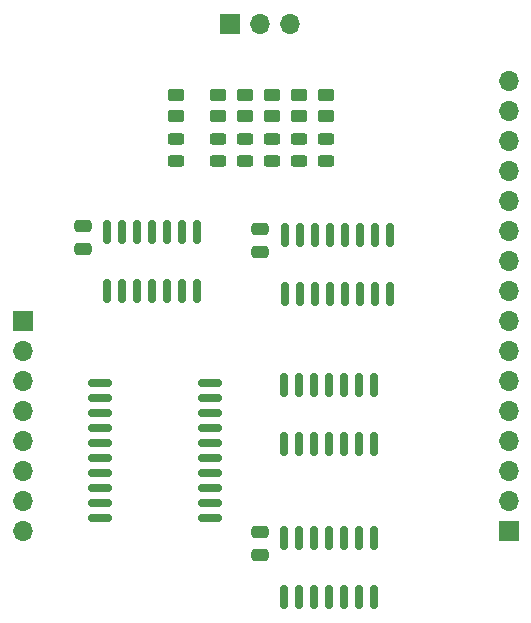
<source format=gbr>
%TF.GenerationSoftware,KiCad,Pcbnew,(6.0.0-0)*%
%TF.CreationDate,2022-03-20T10:25:09-04:00*%
%TF.ProjectId,ADC-Decoder-Controller,4144432d-4465-4636-9f64-65722d436f6e,rev?*%
%TF.SameCoordinates,Original*%
%TF.FileFunction,Soldermask,Top*%
%TF.FilePolarity,Negative*%
%FSLAX46Y46*%
G04 Gerber Fmt 4.6, Leading zero omitted, Abs format (unit mm)*
G04 Created by KiCad (PCBNEW (6.0.0-0)) date 2022-03-20 10:25:09*
%MOMM*%
%LPD*%
G01*
G04 APERTURE LIST*
G04 Aperture macros list*
%AMRoundRect*
0 Rectangle with rounded corners*
0 $1 Rounding radius*
0 $2 $3 $4 $5 $6 $7 $8 $9 X,Y pos of 4 corners*
0 Add a 4 corners polygon primitive as box body*
4,1,4,$2,$3,$4,$5,$6,$7,$8,$9,$2,$3,0*
0 Add four circle primitives for the rounded corners*
1,1,$1+$1,$2,$3*
1,1,$1+$1,$4,$5*
1,1,$1+$1,$6,$7*
1,1,$1+$1,$8,$9*
0 Add four rect primitives between the rounded corners*
20,1,$1+$1,$2,$3,$4,$5,0*
20,1,$1+$1,$4,$5,$6,$7,0*
20,1,$1+$1,$6,$7,$8,$9,0*
20,1,$1+$1,$8,$9,$2,$3,0*%
G04 Aperture macros list end*
%ADD10RoundRect,0.243750X-0.456250X0.243750X-0.456250X-0.243750X0.456250X-0.243750X0.456250X0.243750X0*%
%ADD11RoundRect,0.150000X0.150000X-0.825000X0.150000X0.825000X-0.150000X0.825000X-0.150000X-0.825000X0*%
%ADD12RoundRect,0.250000X0.450000X-0.262500X0.450000X0.262500X-0.450000X0.262500X-0.450000X-0.262500X0*%
%ADD13RoundRect,0.250000X-0.475000X0.250000X-0.475000X-0.250000X0.475000X-0.250000X0.475000X0.250000X0*%
%ADD14RoundRect,0.150000X-0.875000X-0.150000X0.875000X-0.150000X0.875000X0.150000X-0.875000X0.150000X0*%
%ADD15R,1.700000X1.700000*%
%ADD16O,1.700000X1.700000*%
G04 APERTURE END LIST*
D10*
%TO.C,D5*%
X113030000Y-79580500D03*
X113030000Y-81455500D03*
%TD*%
%TO.C,D3*%
X108458000Y-79580500D03*
X108458000Y-81455500D03*
%TD*%
D11*
%TO.C,U3*%
X111887000Y-92645000D03*
X113157000Y-92645000D03*
X114427000Y-92645000D03*
X115697000Y-92645000D03*
X116967000Y-92645000D03*
X118237000Y-92645000D03*
X119507000Y-92645000D03*
X120777000Y-92645000D03*
X120777000Y-87695000D03*
X119507000Y-87695000D03*
X118237000Y-87695000D03*
X116967000Y-87695000D03*
X115697000Y-87695000D03*
X114427000Y-87695000D03*
X113157000Y-87695000D03*
X111887000Y-87695000D03*
%TD*%
D12*
%TO.C,R6*%
X110744000Y-77620500D03*
X110744000Y-75795500D03*
%TD*%
%TO.C,R8*%
X115316000Y-77620500D03*
X115316000Y-75795500D03*
%TD*%
%TO.C,R7*%
X113030000Y-77620500D03*
X113030000Y-75795500D03*
%TD*%
D13*
%TO.C,C1*%
X109728000Y-112842000D03*
X109728000Y-114742000D03*
%TD*%
D14*
%TO.C,U5*%
X96188000Y-100203000D03*
X96188000Y-101473000D03*
X96188000Y-102743000D03*
X96188000Y-104013000D03*
X96188000Y-105283000D03*
X96188000Y-106553000D03*
X96188000Y-107823000D03*
X96188000Y-109093000D03*
X96188000Y-110363000D03*
X96188000Y-111633000D03*
X105488000Y-111633000D03*
X105488000Y-110363000D03*
X105488000Y-109093000D03*
X105488000Y-107823000D03*
X105488000Y-106553000D03*
X105488000Y-105283000D03*
X105488000Y-104013000D03*
X105488000Y-102743000D03*
X105488000Y-101473000D03*
X105488000Y-100203000D03*
%TD*%
D10*
%TO.C,D1*%
X102616000Y-79580500D03*
X102616000Y-81455500D03*
%TD*%
D13*
%TO.C,C2*%
X109728000Y-87188000D03*
X109728000Y-89088000D03*
%TD*%
D11*
%TO.C,U2*%
X111825000Y-105345000D03*
X113095000Y-105345000D03*
X114365000Y-105345000D03*
X115635000Y-105345000D03*
X116905000Y-105345000D03*
X118175000Y-105345000D03*
X119445000Y-105345000D03*
X119445000Y-100395000D03*
X118175000Y-100395000D03*
X116905000Y-100395000D03*
X115635000Y-100395000D03*
X114365000Y-100395000D03*
X113095000Y-100395000D03*
X111825000Y-100395000D03*
%TD*%
D10*
%TO.C,D4*%
X110744000Y-79580500D03*
X110744000Y-81455500D03*
%TD*%
D13*
%TO.C,C3*%
X94742000Y-86934000D03*
X94742000Y-88834000D03*
%TD*%
D10*
%TO.C,D6*%
X115316000Y-79580500D03*
X115316000Y-81455500D03*
%TD*%
D12*
%TO.C,R3*%
X102616000Y-77620500D03*
X102616000Y-75795500D03*
%TD*%
%TO.C,R5*%
X108458000Y-77620500D03*
X108458000Y-75795500D03*
%TD*%
D11*
%TO.C,U4*%
X96839000Y-92391000D03*
X98109000Y-92391000D03*
X99379000Y-92391000D03*
X100649000Y-92391000D03*
X101919000Y-92391000D03*
X103189000Y-92391000D03*
X104459000Y-92391000D03*
X104459000Y-87441000D03*
X103189000Y-87441000D03*
X101919000Y-87441000D03*
X100649000Y-87441000D03*
X99379000Y-87441000D03*
X98109000Y-87441000D03*
X96839000Y-87441000D03*
%TD*%
D10*
%TO.C,D2*%
X106172000Y-79580500D03*
X106172000Y-81455500D03*
%TD*%
D12*
%TO.C,R4*%
X106172000Y-77620500D03*
X106172000Y-75795500D03*
%TD*%
D11*
%TO.C,U1*%
X111825000Y-118299000D03*
X113095000Y-118299000D03*
X114365000Y-118299000D03*
X115635000Y-118299000D03*
X116905000Y-118299000D03*
X118175000Y-118299000D03*
X119445000Y-118299000D03*
X119445000Y-113349000D03*
X118175000Y-113349000D03*
X116905000Y-113349000D03*
X115635000Y-113349000D03*
X114365000Y-113349000D03*
X113095000Y-113349000D03*
X111825000Y-113349000D03*
%TD*%
D15*
%TO.C,J3*%
X107203000Y-69850000D03*
D16*
X109743000Y-69850000D03*
X112283000Y-69850000D03*
%TD*%
D15*
%TO.C,J2*%
X130810000Y-112781000D03*
D16*
X130810000Y-110241000D03*
X130810000Y-107701000D03*
X130810000Y-105161000D03*
X130810000Y-102621000D03*
X130810000Y-100081000D03*
X130810000Y-97541000D03*
X130810000Y-95001000D03*
X130810000Y-92461000D03*
X130810000Y-89921000D03*
X130810000Y-87381000D03*
X130810000Y-84841000D03*
X130810000Y-82301000D03*
X130810000Y-79761000D03*
X130810000Y-77221000D03*
X130810000Y-74681000D03*
%TD*%
D15*
%TO.C,J1*%
X89662000Y-94996000D03*
D16*
X89662000Y-97536000D03*
X89662000Y-100076000D03*
X89662000Y-102616000D03*
X89662000Y-105156000D03*
X89662000Y-107696000D03*
X89662000Y-110236000D03*
X89662000Y-112776000D03*
%TD*%
M02*

</source>
